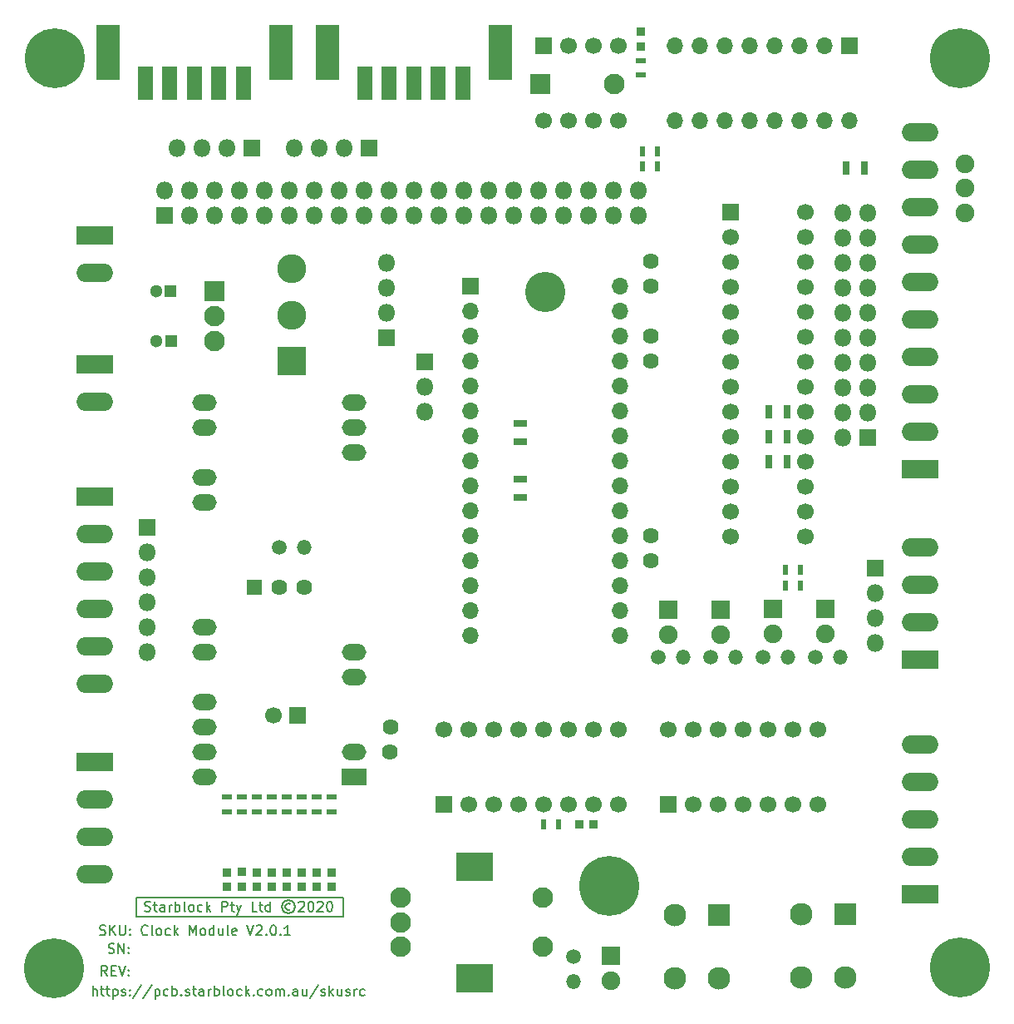
<source format=gbr>
%TF.GenerationSoftware,KiCad,Pcbnew,(5.1.6)-1*%
%TF.CreationDate,2020-11-08T21:19:26+11:00*%
%TF.ProjectId,mc13clk,6d633133-636c-46b2-9e6b-696361645f70,rev?*%
%TF.SameCoordinates,Original*%
%TF.FileFunction,Soldermask,Top*%
%TF.FilePolarity,Negative*%
%FSLAX46Y46*%
G04 Gerber Fmt 4.6, Leading zero omitted, Abs format (unit mm)*
G04 Created by KiCad (PCBNEW (5.1.6)-1) date 2020-11-08 21:19:26*
%MOMM*%
%LPD*%
G01*
G04 APERTURE LIST*
%ADD10C,0.150000*%
%ADD11R,1.800000X1.800000*%
%ADD12O,1.800000X1.800000*%
%ADD13R,0.800000X1.400000*%
%ADD14R,1.000000X0.600000*%
%ADD15R,0.900000X0.900000*%
%ADD16R,1.400000X0.800000*%
%ADD17C,1.900000*%
%ADD18R,0.600000X1.000000*%
%ADD19C,1.700000*%
%ADD20R,1.700000X1.700000*%
%ADD21C,0.900000*%
%ADD22C,6.100000*%
%ADD23C,1.624000*%
%ADD24C,1.300000*%
%ADD25R,1.300000X1.300000*%
%ADD26C,2.950000*%
%ADD27R,2.950000X2.950000*%
%ADD28R,2.500000X1.700000*%
%ADD29O,2.500000X1.700000*%
%ADD30O,1.500000X1.500000*%
%ADD31C,1.500000*%
%ADD32R,2.400000X5.700000*%
%ADD33R,1.500000X3.500000*%
%ADD34C,4.100000*%
%ADD35O,1.700000X1.700000*%
%ADD36R,1.900000X1.900000*%
%ADD37R,3.700000X1.900000*%
%ADD38O,3.700000X1.900000*%
%ADD39C,1.620000*%
%ADD40R,1.620000X1.620000*%
%ADD41R,2.100000X2.100000*%
%ADD42C,2.100000*%
%ADD43C,2.300000*%
%ADD44R,2.300000X2.300000*%
%ADD45R,3.700000X2.900000*%
G04 APERTURE END LIST*
D10*
X107777595Y-138882380D02*
X107777595Y-137882380D01*
X108206166Y-138882380D02*
X108206166Y-138358571D01*
X108158547Y-138263333D01*
X108063309Y-138215714D01*
X107920452Y-138215714D01*
X107825214Y-138263333D01*
X107777595Y-138310952D01*
X108539500Y-138215714D02*
X108920452Y-138215714D01*
X108682357Y-137882380D02*
X108682357Y-138739523D01*
X108729976Y-138834761D01*
X108825214Y-138882380D01*
X108920452Y-138882380D01*
X109110928Y-138215714D02*
X109491880Y-138215714D01*
X109253785Y-137882380D02*
X109253785Y-138739523D01*
X109301404Y-138834761D01*
X109396642Y-138882380D01*
X109491880Y-138882380D01*
X109825214Y-138215714D02*
X109825214Y-139215714D01*
X109825214Y-138263333D02*
X109920452Y-138215714D01*
X110110928Y-138215714D01*
X110206166Y-138263333D01*
X110253785Y-138310952D01*
X110301404Y-138406190D01*
X110301404Y-138691904D01*
X110253785Y-138787142D01*
X110206166Y-138834761D01*
X110110928Y-138882380D01*
X109920452Y-138882380D01*
X109825214Y-138834761D01*
X110682357Y-138834761D02*
X110777595Y-138882380D01*
X110968071Y-138882380D01*
X111063309Y-138834761D01*
X111110928Y-138739523D01*
X111110928Y-138691904D01*
X111063309Y-138596666D01*
X110968071Y-138549047D01*
X110825214Y-138549047D01*
X110729976Y-138501428D01*
X110682357Y-138406190D01*
X110682357Y-138358571D01*
X110729976Y-138263333D01*
X110825214Y-138215714D01*
X110968071Y-138215714D01*
X111063309Y-138263333D01*
X111539500Y-138787142D02*
X111587119Y-138834761D01*
X111539500Y-138882380D01*
X111491880Y-138834761D01*
X111539500Y-138787142D01*
X111539500Y-138882380D01*
X111539500Y-138263333D02*
X111587119Y-138310952D01*
X111539500Y-138358571D01*
X111491880Y-138310952D01*
X111539500Y-138263333D01*
X111539500Y-138358571D01*
X112729976Y-137834761D02*
X111872833Y-139120476D01*
X113777595Y-137834761D02*
X112920452Y-139120476D01*
X114110928Y-138215714D02*
X114110928Y-139215714D01*
X114110928Y-138263333D02*
X114206166Y-138215714D01*
X114396642Y-138215714D01*
X114491880Y-138263333D01*
X114539500Y-138310952D01*
X114587119Y-138406190D01*
X114587119Y-138691904D01*
X114539500Y-138787142D01*
X114491880Y-138834761D01*
X114396642Y-138882380D01*
X114206166Y-138882380D01*
X114110928Y-138834761D01*
X115444261Y-138834761D02*
X115349023Y-138882380D01*
X115158547Y-138882380D01*
X115063309Y-138834761D01*
X115015690Y-138787142D01*
X114968071Y-138691904D01*
X114968071Y-138406190D01*
X115015690Y-138310952D01*
X115063309Y-138263333D01*
X115158547Y-138215714D01*
X115349023Y-138215714D01*
X115444261Y-138263333D01*
X115872833Y-138882380D02*
X115872833Y-137882380D01*
X115872833Y-138263333D02*
X115968071Y-138215714D01*
X116158547Y-138215714D01*
X116253785Y-138263333D01*
X116301404Y-138310952D01*
X116349023Y-138406190D01*
X116349023Y-138691904D01*
X116301404Y-138787142D01*
X116253785Y-138834761D01*
X116158547Y-138882380D01*
X115968071Y-138882380D01*
X115872833Y-138834761D01*
X116777595Y-138787142D02*
X116825214Y-138834761D01*
X116777595Y-138882380D01*
X116729976Y-138834761D01*
X116777595Y-138787142D01*
X116777595Y-138882380D01*
X117206166Y-138834761D02*
X117301404Y-138882380D01*
X117491880Y-138882380D01*
X117587119Y-138834761D01*
X117634738Y-138739523D01*
X117634738Y-138691904D01*
X117587119Y-138596666D01*
X117491880Y-138549047D01*
X117349023Y-138549047D01*
X117253785Y-138501428D01*
X117206166Y-138406190D01*
X117206166Y-138358571D01*
X117253785Y-138263333D01*
X117349023Y-138215714D01*
X117491880Y-138215714D01*
X117587119Y-138263333D01*
X117920452Y-138215714D02*
X118301404Y-138215714D01*
X118063309Y-137882380D02*
X118063309Y-138739523D01*
X118110928Y-138834761D01*
X118206166Y-138882380D01*
X118301404Y-138882380D01*
X119063309Y-138882380D02*
X119063309Y-138358571D01*
X119015690Y-138263333D01*
X118920452Y-138215714D01*
X118729976Y-138215714D01*
X118634738Y-138263333D01*
X119063309Y-138834761D02*
X118968071Y-138882380D01*
X118729976Y-138882380D01*
X118634738Y-138834761D01*
X118587119Y-138739523D01*
X118587119Y-138644285D01*
X118634738Y-138549047D01*
X118729976Y-138501428D01*
X118968071Y-138501428D01*
X119063309Y-138453809D01*
X119539500Y-138882380D02*
X119539500Y-138215714D01*
X119539500Y-138406190D02*
X119587119Y-138310952D01*
X119634738Y-138263333D01*
X119729976Y-138215714D01*
X119825214Y-138215714D01*
X120158547Y-138882380D02*
X120158547Y-137882380D01*
X120158547Y-138263333D02*
X120253785Y-138215714D01*
X120444261Y-138215714D01*
X120539500Y-138263333D01*
X120587119Y-138310952D01*
X120634738Y-138406190D01*
X120634738Y-138691904D01*
X120587119Y-138787142D01*
X120539500Y-138834761D01*
X120444261Y-138882380D01*
X120253785Y-138882380D01*
X120158547Y-138834761D01*
X121206166Y-138882380D02*
X121110928Y-138834761D01*
X121063309Y-138739523D01*
X121063309Y-137882380D01*
X121729976Y-138882380D02*
X121634738Y-138834761D01*
X121587119Y-138787142D01*
X121539500Y-138691904D01*
X121539500Y-138406190D01*
X121587119Y-138310952D01*
X121634738Y-138263333D01*
X121729976Y-138215714D01*
X121872833Y-138215714D01*
X121968071Y-138263333D01*
X122015690Y-138310952D01*
X122063309Y-138406190D01*
X122063309Y-138691904D01*
X122015690Y-138787142D01*
X121968071Y-138834761D01*
X121872833Y-138882380D01*
X121729976Y-138882380D01*
X122920452Y-138834761D02*
X122825214Y-138882380D01*
X122634738Y-138882380D01*
X122539500Y-138834761D01*
X122491880Y-138787142D01*
X122444261Y-138691904D01*
X122444261Y-138406190D01*
X122491880Y-138310952D01*
X122539500Y-138263333D01*
X122634738Y-138215714D01*
X122825214Y-138215714D01*
X122920452Y-138263333D01*
X123349023Y-138882380D02*
X123349023Y-137882380D01*
X123444261Y-138501428D02*
X123729976Y-138882380D01*
X123729976Y-138215714D02*
X123349023Y-138596666D01*
X124158547Y-138787142D02*
X124206166Y-138834761D01*
X124158547Y-138882380D01*
X124110928Y-138834761D01*
X124158547Y-138787142D01*
X124158547Y-138882380D01*
X125063309Y-138834761D02*
X124968071Y-138882380D01*
X124777595Y-138882380D01*
X124682357Y-138834761D01*
X124634738Y-138787142D01*
X124587119Y-138691904D01*
X124587119Y-138406190D01*
X124634738Y-138310952D01*
X124682357Y-138263333D01*
X124777595Y-138215714D01*
X124968071Y-138215714D01*
X125063309Y-138263333D01*
X125634738Y-138882380D02*
X125539500Y-138834761D01*
X125491880Y-138787142D01*
X125444261Y-138691904D01*
X125444261Y-138406190D01*
X125491880Y-138310952D01*
X125539500Y-138263333D01*
X125634738Y-138215714D01*
X125777595Y-138215714D01*
X125872833Y-138263333D01*
X125920452Y-138310952D01*
X125968071Y-138406190D01*
X125968071Y-138691904D01*
X125920452Y-138787142D01*
X125872833Y-138834761D01*
X125777595Y-138882380D01*
X125634738Y-138882380D01*
X126396642Y-138882380D02*
X126396642Y-138215714D01*
X126396642Y-138310952D02*
X126444261Y-138263333D01*
X126539500Y-138215714D01*
X126682357Y-138215714D01*
X126777595Y-138263333D01*
X126825214Y-138358571D01*
X126825214Y-138882380D01*
X126825214Y-138358571D02*
X126872833Y-138263333D01*
X126968071Y-138215714D01*
X127110928Y-138215714D01*
X127206166Y-138263333D01*
X127253785Y-138358571D01*
X127253785Y-138882380D01*
X127729976Y-138787142D02*
X127777595Y-138834761D01*
X127729976Y-138882380D01*
X127682357Y-138834761D01*
X127729976Y-138787142D01*
X127729976Y-138882380D01*
X128634738Y-138882380D02*
X128634738Y-138358571D01*
X128587119Y-138263333D01*
X128491880Y-138215714D01*
X128301404Y-138215714D01*
X128206166Y-138263333D01*
X128634738Y-138834761D02*
X128539500Y-138882380D01*
X128301404Y-138882380D01*
X128206166Y-138834761D01*
X128158547Y-138739523D01*
X128158547Y-138644285D01*
X128206166Y-138549047D01*
X128301404Y-138501428D01*
X128539500Y-138501428D01*
X128634738Y-138453809D01*
X129539500Y-138215714D02*
X129539500Y-138882380D01*
X129110928Y-138215714D02*
X129110928Y-138739523D01*
X129158547Y-138834761D01*
X129253785Y-138882380D01*
X129396642Y-138882380D01*
X129491880Y-138834761D01*
X129539500Y-138787142D01*
X130729976Y-137834761D02*
X129872833Y-139120476D01*
X131015690Y-138834761D02*
X131110928Y-138882380D01*
X131301404Y-138882380D01*
X131396642Y-138834761D01*
X131444261Y-138739523D01*
X131444261Y-138691904D01*
X131396642Y-138596666D01*
X131301404Y-138549047D01*
X131158547Y-138549047D01*
X131063309Y-138501428D01*
X131015690Y-138406190D01*
X131015690Y-138358571D01*
X131063309Y-138263333D01*
X131158547Y-138215714D01*
X131301404Y-138215714D01*
X131396642Y-138263333D01*
X131872833Y-138882380D02*
X131872833Y-137882380D01*
X131968071Y-138501428D02*
X132253785Y-138882380D01*
X132253785Y-138215714D02*
X131872833Y-138596666D01*
X133110928Y-138215714D02*
X133110928Y-138882380D01*
X132682357Y-138215714D02*
X132682357Y-138739523D01*
X132729976Y-138834761D01*
X132825214Y-138882380D01*
X132968071Y-138882380D01*
X133063309Y-138834761D01*
X133110928Y-138787142D01*
X133539500Y-138834761D02*
X133634738Y-138882380D01*
X133825214Y-138882380D01*
X133920452Y-138834761D01*
X133968071Y-138739523D01*
X133968071Y-138691904D01*
X133920452Y-138596666D01*
X133825214Y-138549047D01*
X133682357Y-138549047D01*
X133587119Y-138501428D01*
X133539500Y-138406190D01*
X133539500Y-138358571D01*
X133587119Y-138263333D01*
X133682357Y-138215714D01*
X133825214Y-138215714D01*
X133920452Y-138263333D01*
X134396642Y-138882380D02*
X134396642Y-138215714D01*
X134396642Y-138406190D02*
X134444261Y-138310952D01*
X134491880Y-138263333D01*
X134587119Y-138215714D01*
X134682357Y-138215714D01*
X135444261Y-138834761D02*
X135349023Y-138882380D01*
X135158547Y-138882380D01*
X135063309Y-138834761D01*
X135015690Y-138787142D01*
X134968071Y-138691904D01*
X134968071Y-138406190D01*
X135015690Y-138310952D01*
X135063309Y-138263333D01*
X135158547Y-138215714D01*
X135349023Y-138215714D01*
X135444261Y-138263333D01*
X112242000Y-128891000D02*
X112242000Y-130871000D01*
X133272000Y-128891000D02*
X112242000Y-128891000D01*
X133272000Y-130891000D02*
X133272000Y-128891000D01*
X112272000Y-130891000D02*
X133272000Y-130891000D01*
X109233928Y-136850380D02*
X108900595Y-136374190D01*
X108662500Y-136850380D02*
X108662500Y-135850380D01*
X109043452Y-135850380D01*
X109138690Y-135898000D01*
X109186309Y-135945619D01*
X109233928Y-136040857D01*
X109233928Y-136183714D01*
X109186309Y-136278952D01*
X109138690Y-136326571D01*
X109043452Y-136374190D01*
X108662500Y-136374190D01*
X109662500Y-136326571D02*
X109995833Y-136326571D01*
X110138690Y-136850380D02*
X109662500Y-136850380D01*
X109662500Y-135850380D01*
X110138690Y-135850380D01*
X110424404Y-135850380D02*
X110757738Y-136850380D01*
X111091071Y-135850380D01*
X111424404Y-136755142D02*
X111472023Y-136802761D01*
X111424404Y-136850380D01*
X111376785Y-136802761D01*
X111424404Y-136755142D01*
X111424404Y-136850380D01*
X111424404Y-136231333D02*
X111472023Y-136278952D01*
X111424404Y-136326571D01*
X111376785Y-136278952D01*
X111424404Y-136231333D01*
X111424404Y-136326571D01*
X109376785Y-134516761D02*
X109519642Y-134564380D01*
X109757738Y-134564380D01*
X109852976Y-134516761D01*
X109900595Y-134469142D01*
X109948214Y-134373904D01*
X109948214Y-134278666D01*
X109900595Y-134183428D01*
X109852976Y-134135809D01*
X109757738Y-134088190D01*
X109567261Y-134040571D01*
X109472023Y-133992952D01*
X109424404Y-133945333D01*
X109376785Y-133850095D01*
X109376785Y-133754857D01*
X109424404Y-133659619D01*
X109472023Y-133612000D01*
X109567261Y-133564380D01*
X109805357Y-133564380D01*
X109948214Y-133612000D01*
X110376785Y-134564380D02*
X110376785Y-133564380D01*
X110948214Y-134564380D01*
X110948214Y-133564380D01*
X111424404Y-134469142D02*
X111472023Y-134516761D01*
X111424404Y-134564380D01*
X111376785Y-134516761D01*
X111424404Y-134469142D01*
X111424404Y-134564380D01*
X111424404Y-133945333D02*
X111472023Y-133992952D01*
X111424404Y-134040571D01*
X111376785Y-133992952D01*
X111424404Y-133945333D01*
X111424404Y-134040571D01*
X108491976Y-132675761D02*
X108634833Y-132723380D01*
X108872928Y-132723380D01*
X108968166Y-132675761D01*
X109015785Y-132628142D01*
X109063404Y-132532904D01*
X109063404Y-132437666D01*
X109015785Y-132342428D01*
X108968166Y-132294809D01*
X108872928Y-132247190D01*
X108682452Y-132199571D01*
X108587214Y-132151952D01*
X108539595Y-132104333D01*
X108491976Y-132009095D01*
X108491976Y-131913857D01*
X108539595Y-131818619D01*
X108587214Y-131771000D01*
X108682452Y-131723380D01*
X108920547Y-131723380D01*
X109063404Y-131771000D01*
X109491976Y-132723380D02*
X109491976Y-131723380D01*
X110063404Y-132723380D02*
X109634833Y-132151952D01*
X110063404Y-131723380D02*
X109491976Y-132294809D01*
X110491976Y-131723380D02*
X110491976Y-132532904D01*
X110539595Y-132628142D01*
X110587214Y-132675761D01*
X110682452Y-132723380D01*
X110872928Y-132723380D01*
X110968166Y-132675761D01*
X111015785Y-132628142D01*
X111063404Y-132532904D01*
X111063404Y-131723380D01*
X111539595Y-132628142D02*
X111587214Y-132675761D01*
X111539595Y-132723380D01*
X111491976Y-132675761D01*
X111539595Y-132628142D01*
X111539595Y-132723380D01*
X111539595Y-132104333D02*
X111587214Y-132151952D01*
X111539595Y-132199571D01*
X111491976Y-132151952D01*
X111539595Y-132104333D01*
X111539595Y-132199571D01*
X113349119Y-132628142D02*
X113301500Y-132675761D01*
X113158642Y-132723380D01*
X113063404Y-132723380D01*
X112920547Y-132675761D01*
X112825309Y-132580523D01*
X112777690Y-132485285D01*
X112730071Y-132294809D01*
X112730071Y-132151952D01*
X112777690Y-131961476D01*
X112825309Y-131866238D01*
X112920547Y-131771000D01*
X113063404Y-131723380D01*
X113158642Y-131723380D01*
X113301500Y-131771000D01*
X113349119Y-131818619D01*
X113920547Y-132723380D02*
X113825309Y-132675761D01*
X113777690Y-132580523D01*
X113777690Y-131723380D01*
X114444357Y-132723380D02*
X114349119Y-132675761D01*
X114301500Y-132628142D01*
X114253880Y-132532904D01*
X114253880Y-132247190D01*
X114301500Y-132151952D01*
X114349119Y-132104333D01*
X114444357Y-132056714D01*
X114587214Y-132056714D01*
X114682452Y-132104333D01*
X114730071Y-132151952D01*
X114777690Y-132247190D01*
X114777690Y-132532904D01*
X114730071Y-132628142D01*
X114682452Y-132675761D01*
X114587214Y-132723380D01*
X114444357Y-132723380D01*
X115634833Y-132675761D02*
X115539595Y-132723380D01*
X115349119Y-132723380D01*
X115253880Y-132675761D01*
X115206261Y-132628142D01*
X115158642Y-132532904D01*
X115158642Y-132247190D01*
X115206261Y-132151952D01*
X115253880Y-132104333D01*
X115349119Y-132056714D01*
X115539595Y-132056714D01*
X115634833Y-132104333D01*
X116063404Y-132723380D02*
X116063404Y-131723380D01*
X116158642Y-132342428D02*
X116444357Y-132723380D01*
X116444357Y-132056714D02*
X116063404Y-132437666D01*
X117634833Y-132723380D02*
X117634833Y-131723380D01*
X117968166Y-132437666D01*
X118301500Y-131723380D01*
X118301500Y-132723380D01*
X118920547Y-132723380D02*
X118825309Y-132675761D01*
X118777690Y-132628142D01*
X118730071Y-132532904D01*
X118730071Y-132247190D01*
X118777690Y-132151952D01*
X118825309Y-132104333D01*
X118920547Y-132056714D01*
X119063404Y-132056714D01*
X119158642Y-132104333D01*
X119206261Y-132151952D01*
X119253880Y-132247190D01*
X119253880Y-132532904D01*
X119206261Y-132628142D01*
X119158642Y-132675761D01*
X119063404Y-132723380D01*
X118920547Y-132723380D01*
X120111023Y-132723380D02*
X120111023Y-131723380D01*
X120111023Y-132675761D02*
X120015785Y-132723380D01*
X119825309Y-132723380D01*
X119730071Y-132675761D01*
X119682452Y-132628142D01*
X119634833Y-132532904D01*
X119634833Y-132247190D01*
X119682452Y-132151952D01*
X119730071Y-132104333D01*
X119825309Y-132056714D01*
X120015785Y-132056714D01*
X120111023Y-132104333D01*
X121015785Y-132056714D02*
X121015785Y-132723380D01*
X120587214Y-132056714D02*
X120587214Y-132580523D01*
X120634833Y-132675761D01*
X120730071Y-132723380D01*
X120872928Y-132723380D01*
X120968166Y-132675761D01*
X121015785Y-132628142D01*
X121634833Y-132723380D02*
X121539595Y-132675761D01*
X121491976Y-132580523D01*
X121491976Y-131723380D01*
X122396738Y-132675761D02*
X122301500Y-132723380D01*
X122111023Y-132723380D01*
X122015785Y-132675761D01*
X121968166Y-132580523D01*
X121968166Y-132199571D01*
X122015785Y-132104333D01*
X122111023Y-132056714D01*
X122301500Y-132056714D01*
X122396738Y-132104333D01*
X122444357Y-132199571D01*
X122444357Y-132294809D01*
X121968166Y-132390047D01*
X123491976Y-131723380D02*
X123825309Y-132723380D01*
X124158642Y-131723380D01*
X124444357Y-131818619D02*
X124491976Y-131771000D01*
X124587214Y-131723380D01*
X124825309Y-131723380D01*
X124920547Y-131771000D01*
X124968166Y-131818619D01*
X125015785Y-131913857D01*
X125015785Y-132009095D01*
X124968166Y-132151952D01*
X124396738Y-132723380D01*
X125015785Y-132723380D01*
X125444357Y-132628142D02*
X125491976Y-132675761D01*
X125444357Y-132723380D01*
X125396738Y-132675761D01*
X125444357Y-132628142D01*
X125444357Y-132723380D01*
X126111023Y-131723380D02*
X126206261Y-131723380D01*
X126301500Y-131771000D01*
X126349119Y-131818619D01*
X126396738Y-131913857D01*
X126444357Y-132104333D01*
X126444357Y-132342428D01*
X126396738Y-132532904D01*
X126349119Y-132628142D01*
X126301500Y-132675761D01*
X126206261Y-132723380D01*
X126111023Y-132723380D01*
X126015785Y-132675761D01*
X125968166Y-132628142D01*
X125920547Y-132532904D01*
X125872928Y-132342428D01*
X125872928Y-132104333D01*
X125920547Y-131913857D01*
X125968166Y-131818619D01*
X126015785Y-131771000D01*
X126111023Y-131723380D01*
X126872928Y-132628142D02*
X126920547Y-132675761D01*
X126872928Y-132723380D01*
X126825309Y-132675761D01*
X126872928Y-132628142D01*
X126872928Y-132723380D01*
X127872928Y-132723380D02*
X127301500Y-132723380D01*
X127587214Y-132723380D02*
X127587214Y-131723380D01*
X127491976Y-131866238D01*
X127396738Y-131961476D01*
X127301500Y-132009095D01*
X113074380Y-130265761D02*
X113217238Y-130313380D01*
X113455333Y-130313380D01*
X113550571Y-130265761D01*
X113598190Y-130218142D01*
X113645809Y-130122904D01*
X113645809Y-130027666D01*
X113598190Y-129932428D01*
X113550571Y-129884809D01*
X113455333Y-129837190D01*
X113264857Y-129789571D01*
X113169619Y-129741952D01*
X113122000Y-129694333D01*
X113074380Y-129599095D01*
X113074380Y-129503857D01*
X113122000Y-129408619D01*
X113169619Y-129361000D01*
X113264857Y-129313380D01*
X113502952Y-129313380D01*
X113645809Y-129361000D01*
X113931523Y-129646714D02*
X114312476Y-129646714D01*
X114074380Y-129313380D02*
X114074380Y-130170523D01*
X114122000Y-130265761D01*
X114217238Y-130313380D01*
X114312476Y-130313380D01*
X115074380Y-130313380D02*
X115074380Y-129789571D01*
X115026761Y-129694333D01*
X114931523Y-129646714D01*
X114741047Y-129646714D01*
X114645809Y-129694333D01*
X115074380Y-130265761D02*
X114979142Y-130313380D01*
X114741047Y-130313380D01*
X114645809Y-130265761D01*
X114598190Y-130170523D01*
X114598190Y-130075285D01*
X114645809Y-129980047D01*
X114741047Y-129932428D01*
X114979142Y-129932428D01*
X115074380Y-129884809D01*
X115550571Y-130313380D02*
X115550571Y-129646714D01*
X115550571Y-129837190D02*
X115598190Y-129741952D01*
X115645809Y-129694333D01*
X115741047Y-129646714D01*
X115836285Y-129646714D01*
X116169619Y-130313380D02*
X116169619Y-129313380D01*
X116169619Y-129694333D02*
X116264857Y-129646714D01*
X116455333Y-129646714D01*
X116550571Y-129694333D01*
X116598190Y-129741952D01*
X116645809Y-129837190D01*
X116645809Y-130122904D01*
X116598190Y-130218142D01*
X116550571Y-130265761D01*
X116455333Y-130313380D01*
X116264857Y-130313380D01*
X116169619Y-130265761D01*
X117217238Y-130313380D02*
X117122000Y-130265761D01*
X117074380Y-130170523D01*
X117074380Y-129313380D01*
X117741047Y-130313380D02*
X117645809Y-130265761D01*
X117598190Y-130218142D01*
X117550571Y-130122904D01*
X117550571Y-129837190D01*
X117598190Y-129741952D01*
X117645809Y-129694333D01*
X117741047Y-129646714D01*
X117883904Y-129646714D01*
X117979142Y-129694333D01*
X118026761Y-129741952D01*
X118074380Y-129837190D01*
X118074380Y-130122904D01*
X118026761Y-130218142D01*
X117979142Y-130265761D01*
X117883904Y-130313380D01*
X117741047Y-130313380D01*
X118931523Y-130265761D02*
X118836285Y-130313380D01*
X118645809Y-130313380D01*
X118550571Y-130265761D01*
X118502952Y-130218142D01*
X118455333Y-130122904D01*
X118455333Y-129837190D01*
X118502952Y-129741952D01*
X118550571Y-129694333D01*
X118645809Y-129646714D01*
X118836285Y-129646714D01*
X118931523Y-129694333D01*
X119360095Y-130313380D02*
X119360095Y-129313380D01*
X119455333Y-129932428D02*
X119741047Y-130313380D01*
X119741047Y-129646714D02*
X119360095Y-130027666D01*
X120931523Y-130313380D02*
X120931523Y-129313380D01*
X121312476Y-129313380D01*
X121407714Y-129361000D01*
X121455333Y-129408619D01*
X121502952Y-129503857D01*
X121502952Y-129646714D01*
X121455333Y-129741952D01*
X121407714Y-129789571D01*
X121312476Y-129837190D01*
X120931523Y-129837190D01*
X121788666Y-129646714D02*
X122169619Y-129646714D01*
X121931523Y-129313380D02*
X121931523Y-130170523D01*
X121979142Y-130265761D01*
X122074380Y-130313380D01*
X122169619Y-130313380D01*
X122407714Y-129646714D02*
X122645809Y-130313380D01*
X122883904Y-129646714D02*
X122645809Y-130313380D01*
X122550571Y-130551476D01*
X122502952Y-130599095D01*
X122407714Y-130646714D01*
X124502952Y-130313380D02*
X124026761Y-130313380D01*
X124026761Y-129313380D01*
X124693428Y-129646714D02*
X125074380Y-129646714D01*
X124836285Y-129313380D02*
X124836285Y-130170523D01*
X124883904Y-130265761D01*
X124979142Y-130313380D01*
X125074380Y-130313380D01*
X125836285Y-130313380D02*
X125836285Y-129313380D01*
X125836285Y-130265761D02*
X125741047Y-130313380D01*
X125550571Y-130313380D01*
X125455333Y-130265761D01*
X125407714Y-130218142D01*
X125360095Y-130122904D01*
X125360095Y-129837190D01*
X125407714Y-129741952D01*
X125455333Y-129694333D01*
X125550571Y-129646714D01*
X125741047Y-129646714D01*
X125836285Y-129694333D01*
X127883904Y-129551476D02*
X127788666Y-129503857D01*
X127598190Y-129503857D01*
X127502952Y-129551476D01*
X127407714Y-129646714D01*
X127360095Y-129741952D01*
X127360095Y-129932428D01*
X127407714Y-130027666D01*
X127502952Y-130122904D01*
X127598190Y-130170523D01*
X127788666Y-130170523D01*
X127883904Y-130122904D01*
X127693428Y-129170523D02*
X127455333Y-129218142D01*
X127217238Y-129361000D01*
X127074380Y-129599095D01*
X127026761Y-129837190D01*
X127074380Y-130075285D01*
X127217238Y-130313380D01*
X127455333Y-130456238D01*
X127693428Y-130503857D01*
X127931523Y-130456238D01*
X128169619Y-130313380D01*
X128312476Y-130075285D01*
X128360095Y-129837190D01*
X128312476Y-129599095D01*
X128169619Y-129361000D01*
X127931523Y-129218142D01*
X127693428Y-129170523D01*
X128741047Y-129408619D02*
X128788666Y-129361000D01*
X128883904Y-129313380D01*
X129122000Y-129313380D01*
X129217238Y-129361000D01*
X129264857Y-129408619D01*
X129312476Y-129503857D01*
X129312476Y-129599095D01*
X129264857Y-129741952D01*
X128693428Y-130313380D01*
X129312476Y-130313380D01*
X129931523Y-129313380D02*
X130026761Y-129313380D01*
X130122000Y-129361000D01*
X130169619Y-129408619D01*
X130217238Y-129503857D01*
X130264857Y-129694333D01*
X130264857Y-129932428D01*
X130217238Y-130122904D01*
X130169619Y-130218142D01*
X130122000Y-130265761D01*
X130026761Y-130313380D01*
X129931523Y-130313380D01*
X129836285Y-130265761D01*
X129788666Y-130218142D01*
X129741047Y-130122904D01*
X129693428Y-129932428D01*
X129693428Y-129694333D01*
X129741047Y-129503857D01*
X129788666Y-129408619D01*
X129836285Y-129361000D01*
X129931523Y-129313380D01*
X130645809Y-129408619D02*
X130693428Y-129361000D01*
X130788666Y-129313380D01*
X131026761Y-129313380D01*
X131122000Y-129361000D01*
X131169619Y-129408619D01*
X131217238Y-129503857D01*
X131217238Y-129599095D01*
X131169619Y-129741952D01*
X130598190Y-130313380D01*
X131217238Y-130313380D01*
X131836285Y-129313380D02*
X131931523Y-129313380D01*
X132026761Y-129361000D01*
X132074380Y-129408619D01*
X132122000Y-129503857D01*
X132169619Y-129694333D01*
X132169619Y-129932428D01*
X132122000Y-130122904D01*
X132074380Y-130218142D01*
X132026761Y-130265761D01*
X131931523Y-130313380D01*
X131836285Y-130313380D01*
X131741047Y-130265761D01*
X131693428Y-130218142D01*
X131645809Y-130122904D01*
X131598190Y-129932428D01*
X131598190Y-129694333D01*
X131645809Y-129503857D01*
X131693428Y-129408619D01*
X131741047Y-129361000D01*
X131836285Y-129313380D01*
D11*
%TO.C,REF\u002A\u002A*%
X186690000Y-82042000D03*
D12*
X184150000Y-82042000D03*
X186690000Y-79502000D03*
X184150000Y-79502000D03*
X186690000Y-76962000D03*
X184150000Y-76962000D03*
X186690000Y-74422000D03*
X184150000Y-74422000D03*
X186690000Y-71882000D03*
X184150000Y-71882000D03*
X186690000Y-69342000D03*
X184150000Y-69342000D03*
X186690000Y-66802000D03*
X184150000Y-66802000D03*
X186690000Y-64262000D03*
X184150000Y-64262000D03*
X186690000Y-61722000D03*
X184150000Y-61722000D03*
X186690000Y-59182000D03*
X184150000Y-59182000D03*
%TD*%
D13*
%TO.C,R1*%
X178496000Y-84518500D03*
X176596000Y-84518500D03*
%TD*%
D14*
%TO.C,R2*%
X132080000Y-118693500D03*
X132080000Y-120193500D03*
%TD*%
D15*
%TO.C,LED*%
X132080000Y-127825500D03*
X132080000Y-126325500D03*
%TD*%
D14*
%TO.C,R2*%
X121412000Y-120181500D03*
X121412000Y-118681500D03*
%TD*%
%TO.C,R2*%
X130556000Y-120193500D03*
X130556000Y-118693500D03*
%TD*%
%TO.C,R2*%
X129032000Y-118693500D03*
X129032000Y-120193500D03*
%TD*%
%TO.C,R2*%
X127508000Y-120193500D03*
X127508000Y-118693500D03*
%TD*%
%TO.C,R2*%
X125984000Y-118693500D03*
X125984000Y-120193500D03*
%TD*%
%TO.C,R2*%
X124460000Y-120193500D03*
X124460000Y-118693500D03*
%TD*%
%TO.C,R2*%
X122936000Y-118693500D03*
X122936000Y-120193500D03*
%TD*%
D15*
%TO.C,LED*%
X130556000Y-126325500D03*
X130556000Y-127825500D03*
%TD*%
%TO.C,LED*%
X129032000Y-127825500D03*
X129032000Y-126325500D03*
%TD*%
%TO.C,LED*%
X127508000Y-126325500D03*
X127508000Y-127825500D03*
%TD*%
%TO.C,LED*%
X125984000Y-127825500D03*
X125984000Y-126325500D03*
%TD*%
%TO.C,LED*%
X124460000Y-126325500D03*
X124460000Y-127825500D03*
%TD*%
%TO.C,LED*%
X122936000Y-127813500D03*
X122936000Y-126313500D03*
%TD*%
%TO.C,LED*%
X121412000Y-126325500D03*
X121412000Y-127825500D03*
%TD*%
D13*
%TO.C,0805*%
X178493500Y-79438500D03*
X176593500Y-79438500D03*
%TD*%
%TO.C,0805*%
X176596000Y-81978500D03*
X178496000Y-81978500D03*
%TD*%
D16*
%TO.C,0805*%
X151320500Y-88199000D03*
X151320500Y-86299000D03*
%TD*%
D13*
%TO.C,REF\u002A\u002A*%
X184470000Y-54610000D03*
X186370000Y-54610000D03*
%TD*%
D17*
%TO.C,REF\u002A\u002A*%
X196596000Y-54205500D03*
X196596000Y-56705500D03*
X196596000Y-59205500D03*
%TD*%
D16*
%TO.C,0805*%
X151320500Y-80647500D03*
X151320500Y-82547500D03*
%TD*%
D18*
%TO.C,0603*%
X165278500Y-54483000D03*
X163778500Y-54483000D03*
%TD*%
%TO.C,0603*%
X163778500Y-52959000D03*
X165278500Y-52959000D03*
%TD*%
D15*
%TO.C,LED*%
X157301500Y-121475500D03*
X158801500Y-121475500D03*
%TD*%
D18*
%TO.C,R2*%
X155182000Y-121475500D03*
X153682000Y-121475500D03*
%TD*%
D11*
%TO.C,uC RST CTL*%
X141605000Y-74358500D03*
D12*
X141605000Y-76898500D03*
X141605000Y-79438500D03*
%TD*%
D18*
%TO.C,REF\u002A\u002A*%
X178332000Y-97155000D03*
X179832000Y-97155000D03*
%TD*%
%TO.C,REF\u002A\u002A*%
X179808000Y-95504000D03*
X178308000Y-95504000D03*
%TD*%
D19*
%TO.C,ATTINY85*%
X153670000Y-49784000D03*
X156210000Y-49784000D03*
X158750000Y-49784000D03*
X161290000Y-49784000D03*
X161290000Y-42164000D03*
X158750000Y-42164000D03*
X156210000Y-42164000D03*
D20*
X153670000Y-42164000D03*
%TD*%
D12*
%TO.C,REF\u002A\u002A*%
X187452000Y-102997000D03*
X187452000Y-100457000D03*
X187452000Y-97917000D03*
D11*
X187452000Y-95377000D03*
%TD*%
%TO.C,REF\u002A\u002A*%
X123952000Y-52578000D03*
D12*
X121412000Y-52578000D03*
X118872000Y-52578000D03*
X116332000Y-52578000D03*
%TD*%
D21*
%TO.C,REF\u002A\u002A*%
X161941190Y-126145610D03*
X160350200Y-125486600D03*
X158759210Y-126145610D03*
X158100200Y-127736600D03*
X158759210Y-129327590D03*
X160350200Y-129986600D03*
X161941190Y-129327590D03*
X162600200Y-127736600D03*
D22*
X160350200Y-127736600D03*
%TD*%
D14*
%TO.C,REF\u002A\u002A*%
X163576000Y-45200000D03*
X163576000Y-43700000D03*
%TD*%
D15*
%TO.C,LED*%
X163576000Y-40779000D03*
X163576000Y-42279000D03*
%TD*%
D23*
%TO.C,5V Tie*%
X164592000Y-74295000D03*
X164612000Y-71755000D03*
%TD*%
%TO.C,Vout Tie*%
X138049000Y-114046000D03*
X138069000Y-111506000D03*
%TD*%
%TO.C,Vin Tie*%
X164617400Y-64135000D03*
X164597400Y-66675000D03*
%TD*%
D24*
%TO.C,C1*%
X114197000Y-67183000D03*
D25*
X115697000Y-67183000D03*
%TD*%
D23*
%TO.C,3V3 Tie*%
X164572000Y-94615000D03*
X164592000Y-92075000D03*
%TD*%
D12*
%TO.C,RPI2-40*%
X163322000Y-56896000D03*
X163322000Y-59436000D03*
X160782000Y-56896000D03*
X160782000Y-59436000D03*
X158242000Y-56896000D03*
X158242000Y-59436000D03*
X155702000Y-56896000D03*
X155702000Y-59436000D03*
X153162000Y-56896000D03*
X153162000Y-59436000D03*
X150622000Y-56896000D03*
X150622000Y-59436000D03*
X148082000Y-56896000D03*
X148082000Y-59436000D03*
X145542000Y-56896000D03*
X145542000Y-59436000D03*
X143002000Y-56896000D03*
X143002000Y-59436000D03*
X140462000Y-56896000D03*
X140462000Y-59436000D03*
X137922000Y-56896000D03*
X137922000Y-59436000D03*
X135382000Y-56896000D03*
X135382000Y-59436000D03*
X132842000Y-56896000D03*
X132842000Y-59436000D03*
X130302000Y-56896000D03*
X130302000Y-59436000D03*
X127762000Y-56896000D03*
X127762000Y-59436000D03*
X125222000Y-56896000D03*
X125222000Y-59436000D03*
X122682000Y-56896000D03*
X122682000Y-59436000D03*
X120142000Y-56896000D03*
X120142000Y-59436000D03*
X117602000Y-56896000D03*
X117602000Y-59436000D03*
X115062000Y-56896000D03*
D11*
X115062000Y-59436000D03*
%TD*%
D12*
%TO.C,REF\u002A\u002A*%
X128270000Y-52578000D03*
X130810000Y-52578000D03*
X133350000Y-52578000D03*
D11*
X135890000Y-52578000D03*
%TD*%
D26*
%TO.C,OFF*%
X128016000Y-64895000D03*
X128016000Y-69595000D03*
D27*
X128016000Y-74295000D03*
%TD*%
D25*
%TO.C,C2*%
X115722400Y-72263000D03*
D24*
X114222400Y-72263000D03*
%TD*%
D19*
%TO.C,U3*%
X180340000Y-59120000D03*
X180340000Y-61660000D03*
X180340000Y-64200000D03*
X180340000Y-66740000D03*
X180340000Y-69280000D03*
X180340000Y-71820000D03*
X180340000Y-74360000D03*
X180340000Y-76900000D03*
X180340000Y-79440000D03*
X180340000Y-81980000D03*
X180340000Y-84520000D03*
X180340000Y-87060000D03*
X180340000Y-89600000D03*
X180340000Y-92140000D03*
X172720000Y-92140000D03*
X172720000Y-89600000D03*
X172720000Y-87060000D03*
X172720000Y-84520000D03*
X172720000Y-81980000D03*
X172720000Y-79440000D03*
X172720000Y-76900000D03*
X172720000Y-74360000D03*
X172720000Y-71820000D03*
X172720000Y-69280000D03*
X172720000Y-66740000D03*
X172720000Y-64200000D03*
X172720000Y-61660000D03*
D20*
X172720000Y-59120000D03*
%TD*%
D11*
%TO.C,REF\u002A\u002A*%
X137668000Y-71882000D03*
D12*
X137668000Y-69342000D03*
X137668000Y-66802000D03*
X137668000Y-64262000D03*
%TD*%
D28*
%TO.C,d*%
X134366000Y-116586000D03*
D29*
X119126000Y-78486000D03*
X134366000Y-114046000D03*
X119126000Y-81026000D03*
X119126000Y-86106000D03*
X134366000Y-106426000D03*
X119126000Y-88646000D03*
X134366000Y-103886000D03*
X119126000Y-101346000D03*
X119126000Y-103886000D03*
X119126000Y-108966000D03*
X134366000Y-83566000D03*
X119126000Y-111506000D03*
X134366000Y-81026000D03*
X119126000Y-114046000D03*
X134366000Y-78486000D03*
X119126000Y-116586000D03*
%TD*%
D20*
%TO.C,C1*%
X128651000Y-110363000D03*
D19*
X126151000Y-110363000D03*
%TD*%
D30*
%TO.C,REF\u002A\u002A*%
X183896000Y-104394000D03*
D31*
X181356000Y-104394000D03*
%TD*%
%TO.C,REF\u002A\u002A*%
X176022000Y-104394000D03*
D30*
X178562000Y-104394000D03*
%TD*%
%TO.C,REF\u002A\u002A*%
X173228000Y-104394000D03*
D31*
X170688000Y-104394000D03*
%TD*%
%TO.C,REF\u002A\u002A*%
X165354000Y-104394000D03*
D30*
X167894000Y-104394000D03*
%TD*%
D11*
%TO.C,REF\u002A\u002A*%
X113284000Y-91186000D03*
D12*
X113284000Y-93726000D03*
X113284000Y-96266000D03*
X113284000Y-98806000D03*
X113284000Y-101346000D03*
X113284000Y-103886000D03*
%TD*%
D30*
%TO.C,REF\u002A\u002A*%
X156768800Y-137439400D03*
D31*
X156768800Y-134899400D03*
%TD*%
D32*
%TO.C,Ref\u002A\u002A*%
X131662000Y-42870000D03*
X149262000Y-42870000D03*
D33*
X135462000Y-46030000D03*
X145462000Y-46030000D03*
X137962000Y-46030000D03*
X140462000Y-46030000D03*
X142962000Y-46030000D03*
%TD*%
%TO.C,Ref\u002A\u002A*%
X120610000Y-46030000D03*
X118110000Y-46030000D03*
X115610000Y-46030000D03*
X123110000Y-46030000D03*
X113110000Y-46030000D03*
D32*
X126910000Y-42870000D03*
X109310000Y-42870000D03*
%TD*%
D34*
%TO.C,REF\u002A\u002A*%
X153873200Y-67284600D03*
%TD*%
D20*
%TO.C,REF\u002A\u002A*%
X146215100Y-66700400D03*
D35*
X161455100Y-99720400D03*
X146215100Y-69240400D03*
X161455100Y-97180400D03*
X146215100Y-71780400D03*
X161455100Y-94640400D03*
X146215100Y-74320400D03*
X161455100Y-92100400D03*
X146215100Y-76860400D03*
X161455100Y-89560400D03*
X146215100Y-79400400D03*
X161455100Y-87020400D03*
X146215100Y-81940400D03*
X161455100Y-84480400D03*
X146215100Y-84480400D03*
X161455100Y-81940400D03*
X146215100Y-87020400D03*
X161455100Y-79400400D03*
X146215100Y-89560400D03*
X161455100Y-76860400D03*
X146215100Y-92100400D03*
X161455100Y-74320400D03*
X146215100Y-94640400D03*
X161455100Y-71780400D03*
X146215100Y-97180400D03*
X161455100Y-69240400D03*
X146215100Y-99720400D03*
X161455100Y-66700400D03*
X146215100Y-102260400D03*
X161455100Y-102260400D03*
%TD*%
D17*
%TO.C,REF\u002A\u002A*%
X171704000Y-102108000D03*
D36*
X171704000Y-99568000D03*
%TD*%
D37*
%TO.C,CON2*%
X107950000Y-88060000D03*
D38*
X107950000Y-91870000D03*
X107950000Y-95680000D03*
X107950000Y-99490000D03*
X107950000Y-103300000D03*
X107950000Y-107110000D03*
%TD*%
D39*
%TO.C,REF\u002A\u002A*%
X126746000Y-97282000D03*
X129286000Y-97282000D03*
D40*
X124206000Y-97282000D03*
%TD*%
D30*
%TO.C,R2*%
X129286000Y-93218000D03*
D31*
X126746000Y-93218000D03*
%TD*%
D41*
%TO.C,5v REG*%
X120142000Y-67183000D03*
D42*
X120142000Y-69723000D03*
X120142000Y-72263000D03*
%TD*%
D17*
%TO.C,REF\u002A\u002A*%
X160578800Y-137388600D03*
D36*
X160578800Y-134848600D03*
%TD*%
%TO.C,REF\u002A\u002A*%
X166370000Y-99568000D03*
D17*
X166370000Y-102108000D03*
%TD*%
%TO.C,REF\u002A\u002A*%
X177038000Y-102106000D03*
D36*
X177038000Y-99566000D03*
%TD*%
%TO.C,REF\u002A\u002A*%
X182372000Y-99486000D03*
D17*
X182372000Y-102026000D03*
%TD*%
D38*
%TO.C,CON6*%
X192024000Y-93218000D03*
X192024000Y-97028000D03*
X192024000Y-100838000D03*
D37*
X192024000Y-104648000D03*
%TD*%
D38*
%TO.C,CON3*%
X107950000Y-78430000D03*
D37*
X107950000Y-74620000D03*
%TD*%
%TO.C,CON5*%
X192024000Y-128570000D03*
D38*
X192024000Y-124760000D03*
X192024000Y-120950000D03*
X192024000Y-117140000D03*
X192024000Y-113330000D03*
%TD*%
D37*
%TO.C,CON7*%
X192024000Y-85340000D03*
D38*
X192024000Y-81530000D03*
X192024000Y-77720000D03*
X192024000Y-73910000D03*
X192024000Y-70100000D03*
X192024000Y-66290000D03*
X192024000Y-62480000D03*
X192024000Y-58670000D03*
X192024000Y-54860000D03*
X192024000Y-51050000D03*
%TD*%
D37*
%TO.C,CON1*%
X107950000Y-115062000D03*
D38*
X107950000Y-118872000D03*
X107950000Y-122682000D03*
X107950000Y-126492000D03*
%TD*%
D37*
%TO.C,CON4*%
X107950000Y-61510000D03*
D38*
X107950000Y-65320000D03*
%TD*%
D21*
%TO.C,REF\u002A\u002A*%
X105416980Y-134486020D03*
X103825990Y-133827010D03*
X102235000Y-134486020D03*
X101575990Y-136077010D03*
X102235000Y-137668000D03*
X103825990Y-138327010D03*
X105416980Y-137668000D03*
X106075990Y-136077010D03*
D22*
X103825990Y-136077010D03*
%TD*%
%TO.C,REF\u002A\u002A*%
X196088000Y-136017000D03*
D21*
X198338000Y-136017000D03*
X197678990Y-137607990D03*
X196088000Y-138267000D03*
X194497010Y-137607990D03*
X193838000Y-136017000D03*
X194497010Y-134426010D03*
X196088000Y-133767000D03*
X197678990Y-134426010D03*
%TD*%
%TO.C,REF\u002A\u002A*%
X197678990Y-41843010D03*
X196088000Y-41184000D03*
X194497010Y-41843010D03*
X193838000Y-43434000D03*
X194497010Y-45024990D03*
X196088000Y-45684000D03*
X197678990Y-45024990D03*
X198338000Y-43434000D03*
D22*
X196088000Y-43434000D03*
%TD*%
%TO.C,REF\u002A\u002A*%
X103886000Y-43434000D03*
D21*
X106136000Y-43434000D03*
X105476990Y-45024990D03*
X103886000Y-45684000D03*
X102295010Y-45024990D03*
X101636000Y-43434000D03*
X102295010Y-41843010D03*
X103886000Y-41184000D03*
X105476990Y-41843010D03*
%TD*%
D20*
%TO.C,REF\u002A\u002A*%
X184860000Y-42240000D03*
D35*
X167080000Y-49860000D03*
X182320000Y-42240000D03*
X169620000Y-49860000D03*
X179780000Y-42240000D03*
X172160000Y-49860000D03*
X177240000Y-42240000D03*
X174700000Y-49860000D03*
X174700000Y-42240000D03*
X177240000Y-49860000D03*
X172160000Y-42240000D03*
X179780000Y-49860000D03*
X169620000Y-42240000D03*
X182320000Y-49860000D03*
X167080000Y-42240000D03*
X184860000Y-49860000D03*
%TD*%
D41*
%TO.C,BUZZ1*%
X153309000Y-46101000D03*
D42*
X160909000Y-46101000D03*
%TD*%
D43*
%TO.C,REF\u002A\u002A*%
X179904000Y-130556000D03*
X179904000Y-137056000D03*
X184404000Y-137056000D03*
D44*
X184404000Y-130556000D03*
%TD*%
D43*
%TO.C,REF\u002A\u002A*%
X167050000Y-130650000D03*
X167050000Y-137150000D03*
X171550000Y-137150000D03*
D44*
X171550000Y-130650000D03*
%TD*%
D42*
%TO.C,REF\u002A\u002A*%
X139140000Y-133930000D03*
X139140000Y-131430000D03*
X139140000Y-128930000D03*
X153640000Y-133930000D03*
X153640000Y-128930000D03*
D45*
X146640000Y-137130000D03*
X146640000Y-125730000D03*
%TD*%
D19*
%TO.C,U2*%
X161290000Y-111760000D03*
X161290000Y-119380000D03*
X143510000Y-111760000D03*
X146050000Y-111760000D03*
X148590000Y-111760000D03*
X151130000Y-111760000D03*
X153670000Y-111760000D03*
X156210000Y-111760000D03*
X158750000Y-111760000D03*
X158750000Y-119380000D03*
X156210000Y-119380000D03*
X153670000Y-119380000D03*
X151130000Y-119380000D03*
X148590000Y-119380000D03*
X146050000Y-119380000D03*
D20*
X143510000Y-119380000D03*
%TD*%
D19*
%TO.C,U1*%
X166370000Y-111760000D03*
X168910000Y-111760000D03*
X171450000Y-111760000D03*
X173990000Y-111760000D03*
X176530000Y-111760000D03*
X179070000Y-111760000D03*
X181610000Y-111760000D03*
X181610000Y-119380000D03*
X179070000Y-119380000D03*
X176530000Y-119380000D03*
X173990000Y-119380000D03*
X171450000Y-119380000D03*
X168910000Y-119380000D03*
D20*
X166370000Y-119380000D03*
%TD*%
M02*

</source>
